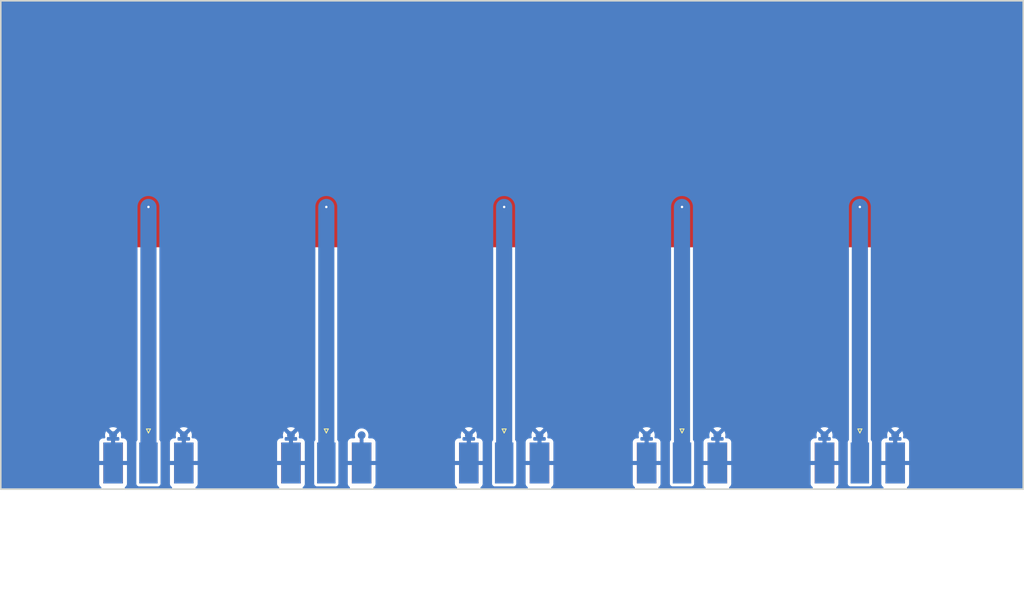
<source format=kicad_pcb>
(kicad_pcb (version 20211014) (generator pcbnew)
  (layers (0 "F.Cu" signal) (31 "B.Cu" signal) (34 "B.Paste" user) (35 "F.Paste" user) (36 "B.SilkS" user "B.Silkscreen") (37 "F.SilkS" user "F.Silkscreen") (38 "B.Mask" user) (39 "F.Mask" user) (44 "Edge.Cuts" user))
  (net 0 "")
  (net 1 "feedline")
  (net 2 "gndPlane")
  (footprint "Connector_Coaxial:SMA_Molex_73251-1153_EdgeMount_Horizontal" (layer "F.Cu") (at 40.328 55.543 90)
    (fp_text reference "REF**" hide)
    (fp_text value "SMA_Molex_73251-1153_EdgeMount_Horizontal")
    (fp_line (start 2 0) (end 2.5 -0.25) (layer "F.SilkS") (width 0.12))
    (fp_line (start 2.5 0.25) (end 2 0) (layer "F.SilkS") (width 0.12))
    (fp_line (start 2.5 -0.25) (end 2.5 0.25) (layer "F.SilkS") (width 0.12))
    (pad "1" smd rect (at -1.72 0 90) (size 5.08 2.29) (layers "B.Cu" "B.Paste" "B.Mask") (net 1 "feedline"))
    (pad "2" smd rect (at 1.27 -4.38 90) (size 0.95 0.46) (layers "F.Cu"))
    (pad "2" smd circle (at 1.72 4.38 90) (size 0.97 0.97) (layers "B.Cu" "B.Paste" "B.Mask"))
    (pad "2" smd rect (at -1.72 4.38 90) (size 5.08 2.42) (layers "F.Cu" "F.Paste" "F.Mask"))
    (pad "2" smd rect (at -1.72 4.38 90) (size 5.08 2.42) (layers "B.Cu" "B.Paste" "B.Mask") (net 2 "gndPlane"))
    (pad "2" smd rect (at -1.72 -4.38 90) (size 5.08 2.42) (layers "F.Cu" "F.Paste" "F.Mask"))
    (pad "2" smd rect (at -1.72 -4.38 90) (size 5.08 2.42) (layers "B.Cu" "B.Paste" "B.Mask") (net 2 "gndPlane"))
    (pad "2" smd rect (at 1.27 4.38 90) (size 0.95 0.46) (layers "F.Cu"))
    (pad "2" smd rect (at 1.27 -4.38 90) (size 0.95 0.46) (layers "B.Cu" "B.Paste" "B.Mask") (net 2 "gndPlane"))
    (pad "2" smd rect (at 1.27 4.38 90) (size 0.95 0.46) (layers "B.Cu" "B.Paste" "B.Mask") (net 2 "gndPlane"))
    (pad "2" smd circle (at 1.72 -4.38 90) (size 0.97 0.97) (layers "B.Cu" "B.Paste" "B.Mask") (net 2 "gndPlane"))
  )
  (footprint "Connector_Coaxial:SMA_Molex_73251-1153_EdgeMount_Horizontal" (layer "F.Cu") (at 62.364 55.543 90)
    (fp_text reference "REF**" hide)
    (fp_text value "SMA_Molex_73251-1153_EdgeMount_Horizontal")
    (fp_line (start 2 0) (end 2.5 -0.25) (layer "F.SilkS") (width 0.12))
    (fp_line (start 2.5 -0.25) (end 2.5 0.25) (layer "F.SilkS") (width 0.12))
    (fp_line (start 2.5 0.25) (end 2 0) (layer "F.SilkS") (width 0.12))
    (pad "1" smd rect (at -1.72 0 90) (size 5.08 2.29) (layers "B.Cu" "B.Paste" "B.Mask") (net 1 "feedline"))
    (pad "2" smd rect (at -1.72 4.38 90) (size 5.08 2.42) (layers "F.Cu" "B.Paste" "B.Mask"))
    (pad "2" smd rect (at -1.72 -4.38 90) (size 5.08 2.42) (layers "F.Cu" "F.Paste" "F.Mask"))
    (pad "2" smd rect (at 1.27 -4.38 90) (size 0.95 0.46) (layers "F.Cu"))
    (pad "2" smd rect (at -1.72 -4.38 90) (size 5.08 2.42) (layers "B.Cu" "B.Paste" "B.Mask") (net 2 "gndPlane"))
    (pad "2" smd circle (at 1.72 4.38 90) (size 0.97 0.97) (layers "B.Cu" "B.Paste" "B.Mask") (net 2 "gndPlane"))
    (pad "2" smd rect (at 1.27 4.38 90) (size 0.95 0.46) (layers "F.Cu"))
    (pad "2" smd rect (at 1.27 4.38 90) (size 0.95 0.46) (layers "B.Cu") (net 2 "gndPlane"))
    (pad "2" smd rect (at -1.72 4.38 90) (size 5.08 2.42) (layers "B.Cu" "F.Paste" "F.Mask") (net 2 "gndPlane"))
    (pad "2" smd circle (at 1.72 -4.38 90) (size 0.97 0.97) (layers "B.Cu" "B.Paste" "B.Mask") (net 2 "gndPlane"))
    (pad "2" smd rect (at 1.27 -4.38 90) (size 0.95 0.46) (layers "B.Cu") (net 2 "gndPlane"))
  )
  (footprint "Connector_Coaxial:SMA_Molex_73251-1153_EdgeMount_Horizontal" (layer "F.Cu") (at 18.292 55.543 90)
    (fp_text reference "REF**" hide)
    (fp_text value "SMA_Molex_73251-1153_EdgeMount_Horizontal")
    (fp_line (start 2.5 0.25) (end 2 0) (layer "F.SilkS") (width 0.12))
    (fp_line (start 2 0) (end 2.5 -0.25) (layer "F.SilkS") (width 0.12))
    (fp_line (start 2.5 -0.25) (end 2.5 0.25) (layer "F.SilkS") (width 0.12))
    (pad "1" smd rect (at -1.72 0 90) (size 5.08 2.29) (layers "B.Cu" "B.Paste" "B.Mask") (net 1 "feedline"))
    (pad "2" smd rect (at -1.72 -4.38 90) (size 5.08 2.42) (layers "F.Cu" "F.Paste" "F.Mask"))
    (pad "2" smd rect (at 1.27 -4.38 90) (size 0.95 0.46) (layers "B.Cu" "B.Paste" "B.Mask") (net 2 "gndPlane"))
    (pad "2" smd rect (at 1.27 -4.38 90) (size 0.95 0.46) (layers "F.Cu"))
    (pad "2" smd rect (at 1.27 4.38 90) (size 0.95 0.46) (layers "B.Cu") (net 2 "gndPlane"))
    (pad "2" smd rect (at -1.72 -4.38 90) (size 5.08 2.42) (layers "B.Cu" "B.Paste" "B.Mask") (net 2 "gndPlane"))
    (pad "2" smd circle (at 1.72 4.38 90) (size 0.97 0.97) (layers "B.Cu" "B.Paste" "B.Mask") (net 2 "gndPlane"))
    (pad "2" smd rect (at -1.72 4.38 90) (size 5.08 2.42) (layers "F.Cu" "B.Paste" "B.Mask"))
    (pad "2" smd rect (at 1.27 4.38 90) (size 0.95 0.46) (layers "F.Cu"))
    (pad "2" smd circle (at 1.72 -4.38 90) (size 0.97 0.97) (layers "B.Cu" "B.Paste" "B.Mask") (net 2 "gndPlane"))
    (pad "3" smd rect (at -1.72 4.38 90) (size 5.08 2.42) (layers "B.Cu" "F.Paste" "F.Mask") (net 2 "gndPlane"))
  )
  (footprint "Connector_Coaxial:SMA_Molex_73251-1153_EdgeMount_Horizontal" (layer "F.Cu") (at 84.4 55.543 90)
    (fp_text reference "REF**" hide)
    (fp_text value "SMA_Molex_73251-1153_EdgeMount_Horizontal")
    (fp_line (start 2 0) (end 2.5 -0.25) (layer "F.SilkS") (width 0.12))
    (fp_line (start 2.5 -0.25) (end 2.5 0.25) (layer "F.SilkS") (width 0.12))
    (fp_line (start 2.5 0.25) (end 2 0) (layer "F.SilkS") (width 0.12))
    (pad "1" smd rect (at -1.72 0 90) (size 5.08 2.29) (layers "B.Cu" "B.Paste" "B.Mask") (net 1 "feedline"))
    (pad "2" smd rect (at 1.27 4.38 90) (size 0.95 0.46) (layers "B.Cu") (net 2 "gndPlane"))
    (pad "2" smd rect (at 1.27 4.38 90) (size 0.95 0.46) (layers "F.Cu"))
    (pad "2" smd rect (at 1.27 -4.38 90) (size 0.95 0.46) (layers "F.Cu"))
    (pad "2" smd rect (at 1.27 -4.38 90) (size 0.95 0.46) (layers "B.Cu") (net 2 "gndPlane"))
    (pad "2" smd rect (at -1.72 -4.38 90) (size 5.08 2.42) (layers "B.Cu" "B.Paste" "B.Mask") (net 2 "gndPlane"))
    (pad "2" smd circle (at 1.72 -4.38 90) (size 0.97 0.97) (layers "B.Cu" "B.Paste" "B.Mask") (net 2 "gndPlane"))
    (pad "2" smd rect (at -1.72 4.38 90) (size 5.08 2.42) (layers "F.Cu" "F.Paste" "F.Mask"))
    (pad "2" smd circle (at 1.72 4.38 90) (size 0.97 0.97) (layers "B.Cu" "B.Paste" "B.Mask") (net 2 "gndPlane"))
    (pad "2" smd rect (at -1.72 4.38 90) (size 5.08 2.42) (layers "B.Cu" "B.Paste" "B.Mask") (net 2 "gndPlane"))
    (pad "2" smd rect (at -1.72 -4.38 90) (size 5.08 2.42) (layers "F.Cu" "F.Paste" "F.Mask"))
  )
  (footprint "Connector_Coaxial:SMA_Molex_73251-1153_EdgeMount_Horizontal" (layer "F.Cu") (at 106.436 55.543 90)
    (fp_text reference "REF**" hide)
    (fp_text value "SMA_Molex_73251-1153_EdgeMount_Horizontal")
    (fp_line (start 2 0) (end 2.5 -0.25) (layer "F.SilkS") (width 0.12))
    (fp_line (start 2.5 -0.25) (end 2.5 0.25) (layer "F.SilkS") (width 0.12))
    (fp_line (start 2.5 0.25) (end 2 0) (layer "F.SilkS") (width 0.12))
    (pad "1" smd rect (at -1.72 0 90) (size 5.08 2.29) (layers "B.Cu" "B.Paste" "B.Mask") (net 1 "feedline"))
    (pad "2" smd rect (at 1.27 4.38 90) (size 0.95 0.46) (layers "B.Cu") (net 2 "gndPlane"))
    (pad "2" smd rect (at -1.72 -4.38 90) (size 5.08 2.42) (layers "B.Cu" "B.Paste" "B.Mask") (net 2 "gndPlane"))
    (pad "2" smd rect (at -1.72 -4.38 90) (size 5.08 2.42) (layers "F.Cu" "F.Paste" "F.Mask"))
    (pad "2" smd rect (at -1.72 4.38 90) (size 5.08 2.42) (layers "B.Cu" "B.Paste" "B.Mask") (net 2 "gndPlane"))
    (pad "2" smd rect (at 1.27 -4.38 90) (size 0.95 0.46) (layers "B.Cu") (net 2 "gndPlane"))
    (pad "2" smd circle (at 1.72 4.38 90) (size 0.97 0.97) (layers "B.Cu" "B.Paste" "B.Mask") (net 2 "gndPlane"))
    (pad "2" smd rect (at -1.72 4.38 90) (size 5.08 2.42) (layers "F.Cu" "F.Paste" "F.Mask"))
    (pad "2" smd circle (at 1.72 -4.38 90) (size 0.97 0.97) (layers "B.Cu" "B.Paste" "B.Mask") (net 2 "gndPlane"))
    (pad "2" smd rect (at 1.27 -4.38 90) (size 0.95 0.46) (layers "F.Cu"))
    (pad "2" smd rect (at 1.27 4.38 90) (size 0.95 0.46) (layers "F.Cu"))
  )
  (gr_rect (start 59.82 20.65) (end 66.856 30.435) (layer "F.Cu") (width 0.2) (fill solid))
  (gr_rect (start 15.784 20.65) (end 22.784 30.435) (layer "F.Cu") (width 0.2) (fill solid))
  (gr_rect (start 103.892 20.65) (end 110.928 30.435) (layer "F.Cu") (width 0.2) (fill solid))
  (gr_rect (start 81.856 20.65) (end 88.856 30.435) (layer "F.Cu") (width 0.2) (fill solid))
  (gr_rect (start 37.784 20.65) (end 44.82 30.435) (layer "F.Cu") (width 0.2) (fill solid))
  (gr_rect (start 0 0) (end 126.676 60.5) (layer "Edge.Cuts") (width 0.2) (fill none))
  (via (at 106.436 25.543) (size 1) (drill 0.3) (layers "F.Cu" "B.Cu") (net 1))
  (via (at 84.4 25.543) (size 1) (drill 0.3) (layers "F.Cu" "B.Cu") (net 1))
  (via (at 40.328 25.543) (size 1) (drill 0.3) (layers "F.Cu" "B.Cu") (net 1))
  (via (at 18.292 25.543) (size 1) (drill 0.3) (layers "F.Cu" "B.Cu") (net 1))
  (via (at 62.364 25.543) (size 1) (drill 0.3) (layers "F.Cu" "B.Cu") (net 1))
  (segment (start 18.292 25.543) (end 18.292 57.263) (width 2) (layer "B.Cu") (net 1))
  (segment (start 106.436 25.543) (end 106.436 57.263) (width 2) (layer "B.Cu") (net 1))
  (segment (start 62.364 25.543) (end 62.364 57.263) (width 2) (layer "B.Cu") (net 1))
  (segment (start 84.4 25.543) (end 84.4 57.263) (width 2) (layer "B.Cu") (net 1))
  (segment (start 40.328 25.543) (end 40.328 57.263) (width 2) (layer "B.Cu") (net 1))
  (zone (net 2) (net_name "gndPlane") (layer "B.Cu") (connect_pads (clearance 0.355)) (min_thickness 0.254) (fill yes (thermal_gap 0.508) (thermal_bridge_width 0.508) (island_removal_mode 1) (island_area_min 0))
    (polygon (pts (xy 126.746 60.452) (xy 0 60.452) (xy 0 0) (xy 126.746 0)))
  )
)
</source>
